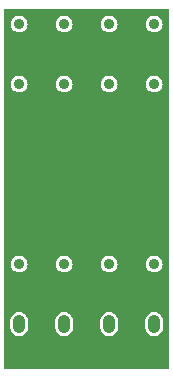
<source format=gbr>
G04 start of page 2 for group 0 idx 0 *
G04 Title: ChangeClearSize Action Test, TOP *
G04 Creator: pcb v4.1.0-g2256aec2 *
G04 CreationDate: Sun May 13 23:41:24 2018 UTC *
G04 For: parkecw1 *
G04 Format: Gerber/RS-274X *
G04 PCB-Dimensions (mil): 1400.00 1500.00 *
G04 PCB-Coordinate-Origin: lower left *
%MOIN*%
%FSLAX25Y25*%
%LNTOP*%
%ADD14C,0.0200*%
%ADD13C,0.0400*%
%ADD12C,0.0360*%
%ADD11C,0.0001*%
G54D11*G36*
X84996Y130000D02*X90000D01*
Y10000D01*
X84996D01*
Y20991D01*
X85000Y20991D01*
X85471Y21028D01*
X85930Y21138D01*
X86366Y21319D01*
X86769Y21565D01*
X87128Y21872D01*
X87435Y22231D01*
X87681Y22634D01*
X87862Y23070D01*
X87972Y23529D01*
X88000Y24000D01*
Y26000D01*
X87972Y26471D01*
X87862Y26930D01*
X87681Y27366D01*
X87435Y27769D01*
X87128Y28128D01*
X86769Y28435D01*
X86366Y28681D01*
X85930Y28862D01*
X85471Y28972D01*
X85000Y29009D01*
X84996Y29009D01*
Y42192D01*
X85000Y42191D01*
X85439Y42226D01*
X85868Y42329D01*
X86275Y42497D01*
X86651Y42728D01*
X86986Y43014D01*
X87272Y43349D01*
X87503Y43725D01*
X87671Y44132D01*
X87774Y44561D01*
X87800Y45000D01*
X87774Y45439D01*
X87671Y45868D01*
X87503Y46275D01*
X87272Y46651D01*
X86986Y46986D01*
X86651Y47272D01*
X86275Y47503D01*
X85868Y47671D01*
X85439Y47774D01*
X85000Y47809D01*
X84996Y47808D01*
Y102192D01*
X85000Y102191D01*
X85439Y102226D01*
X85868Y102329D01*
X86275Y102497D01*
X86651Y102728D01*
X86986Y103014D01*
X87272Y103349D01*
X87503Y103725D01*
X87671Y104132D01*
X87774Y104561D01*
X87800Y105000D01*
X87774Y105439D01*
X87671Y105868D01*
X87503Y106275D01*
X87272Y106651D01*
X86986Y106986D01*
X86651Y107272D01*
X86275Y107503D01*
X85868Y107671D01*
X85439Y107774D01*
X85000Y107809D01*
X84996Y107808D01*
Y122192D01*
X85000Y122191D01*
X85439Y122226D01*
X85868Y122329D01*
X86275Y122497D01*
X86651Y122728D01*
X86986Y123014D01*
X87272Y123349D01*
X87503Y123725D01*
X87671Y124132D01*
X87774Y124561D01*
X87800Y125000D01*
X87774Y125439D01*
X87671Y125868D01*
X87503Y126275D01*
X87272Y126651D01*
X86986Y126986D01*
X86651Y127272D01*
X86275Y127503D01*
X85868Y127671D01*
X85439Y127774D01*
X85000Y127809D01*
X84996Y127808D01*
Y130000D01*
G37*
G36*
X69996D02*X84996D01*
Y127808D01*
X84561Y127774D01*
X84132Y127671D01*
X83725Y127503D01*
X83349Y127272D01*
X83014Y126986D01*
X82728Y126651D01*
X82497Y126275D01*
X82329Y125868D01*
X82226Y125439D01*
X82191Y125000D01*
X82226Y124561D01*
X82329Y124132D01*
X82497Y123725D01*
X82728Y123349D01*
X83014Y123014D01*
X83349Y122728D01*
X83725Y122497D01*
X84132Y122329D01*
X84561Y122226D01*
X84996Y122192D01*
Y107808D01*
X84561Y107774D01*
X84132Y107671D01*
X83725Y107503D01*
X83349Y107272D01*
X83014Y106986D01*
X82728Y106651D01*
X82497Y106275D01*
X82329Y105868D01*
X82226Y105439D01*
X82191Y105000D01*
X82226Y104561D01*
X82329Y104132D01*
X82497Y103725D01*
X82728Y103349D01*
X83014Y103014D01*
X83349Y102728D01*
X83725Y102497D01*
X84132Y102329D01*
X84561Y102226D01*
X84996Y102192D01*
Y47808D01*
X84561Y47774D01*
X84132Y47671D01*
X83725Y47503D01*
X83349Y47272D01*
X83014Y46986D01*
X82728Y46651D01*
X82497Y46275D01*
X82329Y45868D01*
X82226Y45439D01*
X82191Y45000D01*
X82226Y44561D01*
X82329Y44132D01*
X82497Y43725D01*
X82728Y43349D01*
X83014Y43014D01*
X83349Y42728D01*
X83725Y42497D01*
X84132Y42329D01*
X84561Y42226D01*
X84996Y42192D01*
Y29009D01*
X84529Y28972D01*
X84070Y28862D01*
X83634Y28681D01*
X83231Y28435D01*
X82872Y28128D01*
X82565Y27769D01*
X82319Y27366D01*
X82138Y26930D01*
X82028Y26471D01*
X82000Y26000D01*
Y24000D01*
X82028Y23529D01*
X82138Y23070D01*
X82319Y22634D01*
X82565Y22231D01*
X82872Y21872D01*
X83231Y21565D01*
X83634Y21319D01*
X84070Y21138D01*
X84529Y21028D01*
X84996Y20991D01*
Y10000D01*
X69996D01*
Y20991D01*
X70000Y20991D01*
X70471Y21028D01*
X70930Y21138D01*
X71366Y21319D01*
X71769Y21565D01*
X72128Y21872D01*
X72435Y22231D01*
X72681Y22634D01*
X72862Y23070D01*
X72972Y23529D01*
X73000Y24000D01*
Y26000D01*
X72972Y26471D01*
X72862Y26930D01*
X72681Y27366D01*
X72435Y27769D01*
X72128Y28128D01*
X71769Y28435D01*
X71366Y28681D01*
X70930Y28862D01*
X70471Y28972D01*
X70000Y29009D01*
X69996Y29009D01*
Y42192D01*
X70000Y42191D01*
X70439Y42226D01*
X70868Y42329D01*
X71275Y42497D01*
X71651Y42728D01*
X71986Y43014D01*
X72272Y43349D01*
X72503Y43725D01*
X72671Y44132D01*
X72774Y44561D01*
X72800Y45000D01*
X72774Y45439D01*
X72671Y45868D01*
X72503Y46275D01*
X72272Y46651D01*
X71986Y46986D01*
X71651Y47272D01*
X71275Y47503D01*
X70868Y47671D01*
X70439Y47774D01*
X70000Y47809D01*
X69996Y47808D01*
Y102192D01*
X70000Y102191D01*
X70439Y102226D01*
X70868Y102329D01*
X71275Y102497D01*
X71651Y102728D01*
X71986Y103014D01*
X72272Y103349D01*
X72503Y103725D01*
X72671Y104132D01*
X72774Y104561D01*
X72800Y105000D01*
X72774Y105439D01*
X72671Y105868D01*
X72503Y106275D01*
X72272Y106651D01*
X71986Y106986D01*
X71651Y107272D01*
X71275Y107503D01*
X70868Y107671D01*
X70439Y107774D01*
X70000Y107809D01*
X69996Y107808D01*
Y122192D01*
X70000Y122191D01*
X70439Y122226D01*
X70868Y122329D01*
X71275Y122497D01*
X71651Y122728D01*
X71986Y123014D01*
X72272Y123349D01*
X72503Y123725D01*
X72671Y124132D01*
X72774Y124561D01*
X72800Y125000D01*
X72774Y125439D01*
X72671Y125868D01*
X72503Y126275D01*
X72272Y126651D01*
X71986Y126986D01*
X71651Y127272D01*
X71275Y127503D01*
X70868Y127671D01*
X70439Y127774D01*
X70000Y127809D01*
X69996Y127808D01*
Y130000D01*
G37*
G36*
X54996D02*X69996D01*
Y127808D01*
X69561Y127774D01*
X69132Y127671D01*
X68725Y127503D01*
X68349Y127272D01*
X68014Y126986D01*
X67728Y126651D01*
X67497Y126275D01*
X67329Y125868D01*
X67226Y125439D01*
X67191Y125000D01*
X67226Y124561D01*
X67329Y124132D01*
X67497Y123725D01*
X67728Y123349D01*
X68014Y123014D01*
X68349Y122728D01*
X68725Y122497D01*
X69132Y122329D01*
X69561Y122226D01*
X69996Y122192D01*
Y107808D01*
X69561Y107774D01*
X69132Y107671D01*
X68725Y107503D01*
X68349Y107272D01*
X68014Y106986D01*
X67728Y106651D01*
X67497Y106275D01*
X67329Y105868D01*
X67226Y105439D01*
X67191Y105000D01*
X67226Y104561D01*
X67329Y104132D01*
X67497Y103725D01*
X67728Y103349D01*
X68014Y103014D01*
X68349Y102728D01*
X68725Y102497D01*
X69132Y102329D01*
X69561Y102226D01*
X69996Y102192D01*
Y47808D01*
X69561Y47774D01*
X69132Y47671D01*
X68725Y47503D01*
X68349Y47272D01*
X68014Y46986D01*
X67728Y46651D01*
X67497Y46275D01*
X67329Y45868D01*
X67226Y45439D01*
X67191Y45000D01*
X67226Y44561D01*
X67329Y44132D01*
X67497Y43725D01*
X67728Y43349D01*
X68014Y43014D01*
X68349Y42728D01*
X68725Y42497D01*
X69132Y42329D01*
X69561Y42226D01*
X69996Y42192D01*
Y29009D01*
X69529Y28972D01*
X69070Y28862D01*
X68634Y28681D01*
X68231Y28435D01*
X67872Y28128D01*
X67565Y27769D01*
X67319Y27366D01*
X67138Y26930D01*
X67028Y26471D01*
X67000Y26000D01*
Y24000D01*
X67028Y23529D01*
X67138Y23070D01*
X67319Y22634D01*
X67565Y22231D01*
X67872Y21872D01*
X68231Y21565D01*
X68634Y21319D01*
X69070Y21138D01*
X69529Y21028D01*
X69996Y20991D01*
Y10000D01*
X54996D01*
Y20991D01*
X55000Y20991D01*
X55471Y21028D01*
X55930Y21138D01*
X56366Y21319D01*
X56769Y21565D01*
X57128Y21872D01*
X57435Y22231D01*
X57681Y22634D01*
X57862Y23070D01*
X57972Y23529D01*
X58000Y24000D01*
Y26000D01*
X57972Y26471D01*
X57862Y26930D01*
X57681Y27366D01*
X57435Y27769D01*
X57128Y28128D01*
X56769Y28435D01*
X56366Y28681D01*
X55930Y28862D01*
X55471Y28972D01*
X55000Y29009D01*
X54996Y29009D01*
Y42192D01*
X55000Y42191D01*
X55439Y42226D01*
X55868Y42329D01*
X56275Y42497D01*
X56651Y42728D01*
X56986Y43014D01*
X57272Y43349D01*
X57503Y43725D01*
X57671Y44132D01*
X57774Y44561D01*
X57800Y45000D01*
X57774Y45439D01*
X57671Y45868D01*
X57503Y46275D01*
X57272Y46651D01*
X56986Y46986D01*
X56651Y47272D01*
X56275Y47503D01*
X55868Y47671D01*
X55439Y47774D01*
X55000Y47809D01*
X54996Y47808D01*
Y102192D01*
X55000Y102191D01*
X55439Y102226D01*
X55868Y102329D01*
X56275Y102497D01*
X56651Y102728D01*
X56986Y103014D01*
X57272Y103349D01*
X57503Y103725D01*
X57671Y104132D01*
X57774Y104561D01*
X57800Y105000D01*
X57774Y105439D01*
X57671Y105868D01*
X57503Y106275D01*
X57272Y106651D01*
X56986Y106986D01*
X56651Y107272D01*
X56275Y107503D01*
X55868Y107671D01*
X55439Y107774D01*
X55000Y107809D01*
X54996Y107808D01*
Y122192D01*
X55000Y122191D01*
X55439Y122226D01*
X55868Y122329D01*
X56275Y122497D01*
X56651Y122728D01*
X56986Y123014D01*
X57272Y123349D01*
X57503Y123725D01*
X57671Y124132D01*
X57774Y124561D01*
X57800Y125000D01*
X57774Y125439D01*
X57671Y125868D01*
X57503Y126275D01*
X57272Y126651D01*
X56986Y126986D01*
X56651Y127272D01*
X56275Y127503D01*
X55868Y127671D01*
X55439Y127774D01*
X55000Y127809D01*
X54996Y127808D01*
Y130000D01*
G37*
G36*
X39996D02*X54996D01*
Y127808D01*
X54561Y127774D01*
X54132Y127671D01*
X53725Y127503D01*
X53349Y127272D01*
X53014Y126986D01*
X52728Y126651D01*
X52497Y126275D01*
X52329Y125868D01*
X52226Y125439D01*
X52191Y125000D01*
X52226Y124561D01*
X52329Y124132D01*
X52497Y123725D01*
X52728Y123349D01*
X53014Y123014D01*
X53349Y122728D01*
X53725Y122497D01*
X54132Y122329D01*
X54561Y122226D01*
X54996Y122192D01*
Y107808D01*
X54561Y107774D01*
X54132Y107671D01*
X53725Y107503D01*
X53349Y107272D01*
X53014Y106986D01*
X52728Y106651D01*
X52497Y106275D01*
X52329Y105868D01*
X52226Y105439D01*
X52191Y105000D01*
X52226Y104561D01*
X52329Y104132D01*
X52497Y103725D01*
X52728Y103349D01*
X53014Y103014D01*
X53349Y102728D01*
X53725Y102497D01*
X54132Y102329D01*
X54561Y102226D01*
X54996Y102192D01*
Y47808D01*
X54561Y47774D01*
X54132Y47671D01*
X53725Y47503D01*
X53349Y47272D01*
X53014Y46986D01*
X52728Y46651D01*
X52497Y46275D01*
X52329Y45868D01*
X52226Y45439D01*
X52191Y45000D01*
X52226Y44561D01*
X52329Y44132D01*
X52497Y43725D01*
X52728Y43349D01*
X53014Y43014D01*
X53349Y42728D01*
X53725Y42497D01*
X54132Y42329D01*
X54561Y42226D01*
X54996Y42192D01*
Y29009D01*
X54529Y28972D01*
X54070Y28862D01*
X53634Y28681D01*
X53231Y28435D01*
X52872Y28128D01*
X52565Y27769D01*
X52319Y27366D01*
X52138Y26930D01*
X52028Y26471D01*
X52000Y26000D01*
Y24000D01*
X52028Y23529D01*
X52138Y23070D01*
X52319Y22634D01*
X52565Y22231D01*
X52872Y21872D01*
X53231Y21565D01*
X53634Y21319D01*
X54070Y21138D01*
X54529Y21028D01*
X54996Y20991D01*
Y10000D01*
X39996D01*
Y20991D01*
X40000Y20991D01*
X40471Y21028D01*
X40930Y21138D01*
X41366Y21319D01*
X41769Y21565D01*
X42128Y21872D01*
X42435Y22231D01*
X42681Y22634D01*
X42862Y23070D01*
X42972Y23529D01*
X43000Y24000D01*
Y26000D01*
X42972Y26471D01*
X42862Y26930D01*
X42681Y27366D01*
X42435Y27769D01*
X42128Y28128D01*
X41769Y28435D01*
X41366Y28681D01*
X40930Y28862D01*
X40471Y28972D01*
X40000Y29009D01*
X39996Y29009D01*
Y42192D01*
X40000Y42191D01*
X40439Y42226D01*
X40868Y42329D01*
X41275Y42497D01*
X41651Y42728D01*
X41986Y43014D01*
X42272Y43349D01*
X42503Y43725D01*
X42671Y44132D01*
X42774Y44561D01*
X42800Y45000D01*
X42774Y45439D01*
X42671Y45868D01*
X42503Y46275D01*
X42272Y46651D01*
X41986Y46986D01*
X41651Y47272D01*
X41275Y47503D01*
X40868Y47671D01*
X40439Y47774D01*
X40000Y47809D01*
X39996Y47808D01*
Y102192D01*
X40000Y102191D01*
X40439Y102226D01*
X40868Y102329D01*
X41275Y102497D01*
X41651Y102728D01*
X41986Y103014D01*
X42272Y103349D01*
X42503Y103725D01*
X42671Y104132D01*
X42774Y104561D01*
X42800Y105000D01*
X42774Y105439D01*
X42671Y105868D01*
X42503Y106275D01*
X42272Y106651D01*
X41986Y106986D01*
X41651Y107272D01*
X41275Y107503D01*
X40868Y107671D01*
X40439Y107774D01*
X40000Y107809D01*
X39996Y107808D01*
Y122192D01*
X40000Y122191D01*
X40439Y122226D01*
X40868Y122329D01*
X41275Y122497D01*
X41651Y122728D01*
X41986Y123014D01*
X42272Y123349D01*
X42503Y123725D01*
X42671Y124132D01*
X42774Y124561D01*
X42800Y125000D01*
X42774Y125439D01*
X42671Y125868D01*
X42503Y126275D01*
X42272Y126651D01*
X41986Y126986D01*
X41651Y127272D01*
X41275Y127503D01*
X40868Y127671D01*
X40439Y127774D01*
X40000Y127809D01*
X39996Y127808D01*
Y130000D01*
G37*
G36*
X35000D02*X39996D01*
Y127808D01*
X39561Y127774D01*
X39132Y127671D01*
X38725Y127503D01*
X38349Y127272D01*
X38014Y126986D01*
X37728Y126651D01*
X37497Y126275D01*
X37329Y125868D01*
X37226Y125439D01*
X37191Y125000D01*
X37226Y124561D01*
X37329Y124132D01*
X37497Y123725D01*
X37728Y123349D01*
X38014Y123014D01*
X38349Y122728D01*
X38725Y122497D01*
X39132Y122329D01*
X39561Y122226D01*
X39996Y122192D01*
Y107808D01*
X39561Y107774D01*
X39132Y107671D01*
X38725Y107503D01*
X38349Y107272D01*
X38014Y106986D01*
X37728Y106651D01*
X37497Y106275D01*
X37329Y105868D01*
X37226Y105439D01*
X37191Y105000D01*
X37226Y104561D01*
X37329Y104132D01*
X37497Y103725D01*
X37728Y103349D01*
X38014Y103014D01*
X38349Y102728D01*
X38725Y102497D01*
X39132Y102329D01*
X39561Y102226D01*
X39996Y102192D01*
Y47808D01*
X39561Y47774D01*
X39132Y47671D01*
X38725Y47503D01*
X38349Y47272D01*
X38014Y46986D01*
X37728Y46651D01*
X37497Y46275D01*
X37329Y45868D01*
X37226Y45439D01*
X37191Y45000D01*
X37226Y44561D01*
X37329Y44132D01*
X37497Y43725D01*
X37728Y43349D01*
X38014Y43014D01*
X38349Y42728D01*
X38725Y42497D01*
X39132Y42329D01*
X39561Y42226D01*
X39996Y42192D01*
Y29009D01*
X39529Y28972D01*
X39070Y28862D01*
X38634Y28681D01*
X38231Y28435D01*
X37872Y28128D01*
X37565Y27769D01*
X37319Y27366D01*
X37138Y26930D01*
X37028Y26471D01*
X37000Y26000D01*
Y24000D01*
X37028Y23529D01*
X37138Y23070D01*
X37319Y22634D01*
X37565Y22231D01*
X37872Y21872D01*
X38231Y21565D01*
X38634Y21319D01*
X39070Y21138D01*
X39529Y21028D01*
X39996Y20991D01*
Y10000D01*
X35000D01*
Y130000D01*
G37*
G54D12*X85000Y35000D03*
X70000D03*
X85000Y45000D03*
X40000Y35000D03*
X55000D03*
X40000Y45000D03*
X55000D03*
X70000D03*
G54D13*X55000Y16000D02*Y14000D01*
X40000Y16000D02*Y14000D01*
X55000Y26000D02*Y24000D01*
X85000Y16000D02*Y14000D01*
X70000Y16000D02*Y14000D01*
X85000Y26000D02*Y24000D01*
X70000Y26000D02*Y24000D01*
X40000Y26000D02*Y24000D01*
G54D12*Y105000D03*
Y95000D03*
X70000Y105000D03*
Y95000D03*
X55000Y105000D03*
Y95000D03*
X70000Y125000D03*
X85000D03*
X70000Y115000D03*
X40000Y125000D03*
X55000D03*
X40000Y115000D03*
X55000D03*
X85000D03*
Y105000D03*
Y95000D03*
G54D14*M02*

</source>
